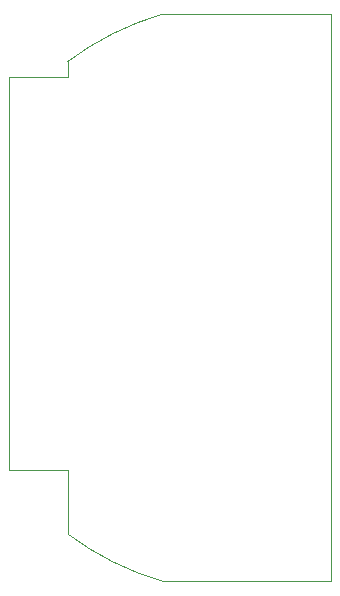
<source format=gbr>
G04 #@! TF.GenerationSoftware,KiCad,Pcbnew,5.0.0-fee4fd1~66~ubuntu16.04.1*
G04 #@! TF.CreationDate,2018-09-25T20:47:50+02:00*
G04 #@! TF.ProjectId,bus-module_attiny1634,6275732D6D6F64756C655F617474696E,B*
G04 #@! TF.SameCoordinates,Original*
G04 #@! TF.FileFunction,Profile,NP*
%FSLAX46Y46*%
G04 Gerber Fmt 4.6, Leading zero omitted, Abs format (unit mm)*
G04 Created by KiCad (PCBNEW 5.0.0-fee4fd1~66~ubuntu16.04.1) date Tue Sep 25 20:47:50 2018*
%MOMM*%
%LPD*%
G01*
G04 APERTURE LIST*
%ADD10C,0.100000*%
G04 APERTURE END LIST*
D10*
X80000000Y-81270000D02*
X80000000Y-81295000D01*
X85000000Y-81270000D02*
X80000000Y-81270000D01*
X85000000Y-79995000D02*
X85000000Y-81270000D01*
X85000000Y-114570000D02*
X80000000Y-114570000D01*
X85000000Y-119995000D02*
X85000000Y-114570000D01*
X80000000Y-86000000D02*
X80000000Y-81288000D01*
X80000000Y-109500000D02*
X80000000Y-114562000D01*
X107315000Y-76000000D02*
X107315000Y-124000000D01*
X107315000Y-124000000D02*
X93000000Y-124000000D01*
X92996322Y-123998927D02*
G75*
G02X85000000Y-120000000I7003678J23998927D01*
G01*
X85001058Y-79999206D02*
G75*
G02X93000000Y-76000000I14998942J-20000794D01*
G01*
X93000000Y-76000000D02*
X107315000Y-76000000D01*
X80000000Y-86000000D02*
X80000000Y-109500000D01*
M02*

</source>
